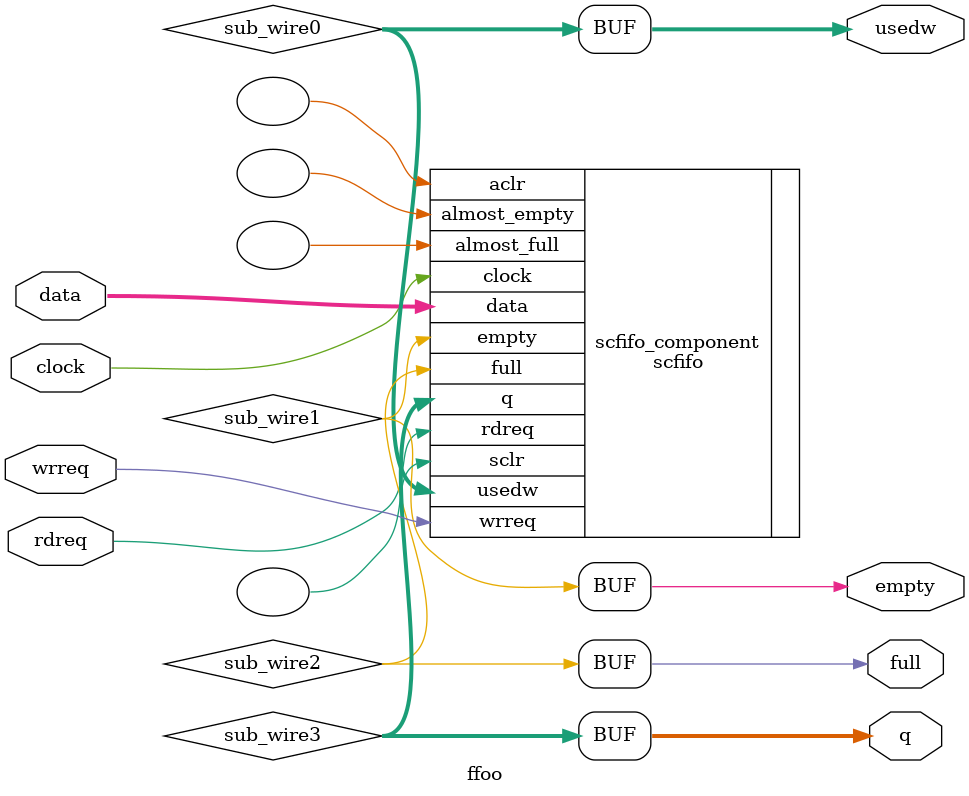
<source format=v>
module ffoo (
	clock,
	data,
	rdreq,
	wrreq,
	empty,
	full,
	q,
	usedw);
	input	  clock;
	input	[7:0]  data;
	input	  rdreq;
	input	  wrreq;
	output	  empty;
	output	  full;
	output	[7:0]  q;
	output	[3:0]  usedw;
	wire [3:0] sub_wire0;
	wire  sub_wire1;
	wire  sub_wire2;
	wire [7:0] sub_wire3;
	wire [3:0] usedw = sub_wire0[3:0];
	wire  empty = sub_wire1;
	wire  full = sub_wire2;
	wire [7:0] q = sub_wire3[7:0];
	scfifo	scfifo_component (
				.clock (clock),
				.data (data),
				.rdreq (rdreq),
				.wrreq (wrreq),
				.usedw (sub_wire0),
				.empty (sub_wire1),
				.full (sub_wire2),
				.q (sub_wire3),
				.aclr (),
				.almost_empty (),
				.almost_full (),
				.sclr ());
	defparam
		scfifo_component.add_ram_output_register = "OFF",
		scfifo_component.intended_device_family = "Cyclone IV E",
		scfifo_component.lpm_numwords = 16,
		scfifo_component.lpm_showahead = "OFF",
		scfifo_component.lpm_type = "scfifo",
		scfifo_component.lpm_width = 8,
		scfifo_component.lpm_widthu = 4,
		scfifo_component.overflow_checking = "ON",
		scfifo_component.underflow_checking = "ON",
		scfifo_component.use_eab = "ON";
endmodule
</source>
